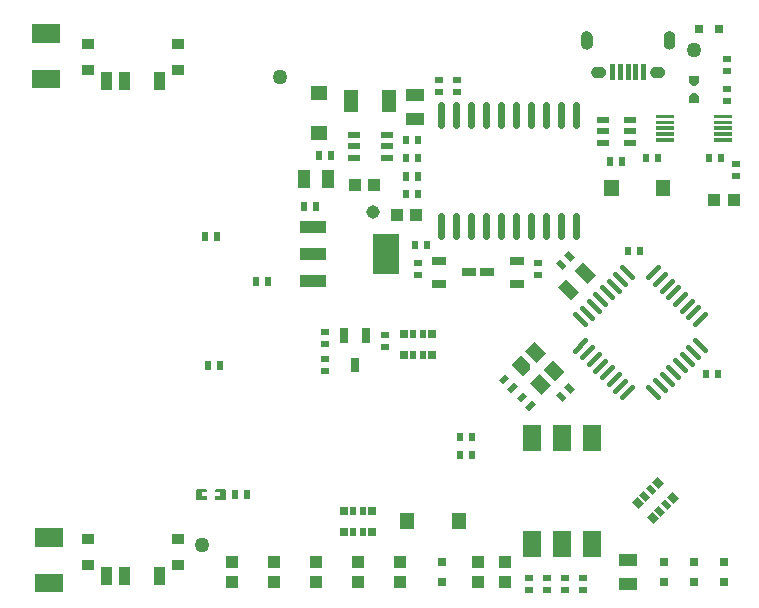
<source format=gtp>
G04 Layer: TopPasteMaskLayer*
G04 EasyEDA v6.4.25, 2021-12-03T12:43:26+01:00*
G04 4734013eef9542f2942493e3f9f6a545,9c416354eb984020824aaf9c885bead6,10*
G04 Gerber Generator version 0.2*
G04 Scale: 100 percent, Rotated: No, Reflected: No *
G04 Dimensions in inches *
G04 leading zeros omitted , absolute positions ,3 integer and 6 decimal *
%FSLAX36Y36*%
%MOIN*%

%ADD18C,0.0236*%
%ADD19C,0.0177*%
%ADD22C,0.0500*%
%ADD23C,0.0450*%
%ADD25R,0.0935X0.0633*%
%ADD26R,0.0256X0.0315*%
%ADD27R,0.0197X0.0315*%
%ADD28R,0.0315X0.0315*%
%ADD29R,0.0394X0.0217*%
%ADD30R,0.0422X0.0209*%
%ADD32R,0.0484X0.0535*%
%ADD34R,0.0394X0.0354*%
%ADD36R,0.0866X0.1378*%
%ADD37R,0.0866X0.0433*%
%ADD38R,0.0315X0.0197*%
%ADD39R,0.0492X0.0276*%
%ADD41R,0.0430X0.0390*%
%ADD42R,0.0610X0.0394*%
%ADD44R,0.0551X0.0472*%
%ADD45R,0.0390X0.0430*%
%ADD46R,0.0394X0.0433*%
%ADD47R,0.0600X0.0900*%
%ADD49R,0.0472X0.0748*%

%LPD*%
G36*
X2397300Y923660D02*
G01*
X2395340Y923500D01*
X2393420Y923160D01*
X2391520Y922640D01*
X2389700Y921919D01*
X2387960Y921020D01*
X2386300Y919960D01*
X2384760Y918740D01*
X2383360Y917360D01*
X2382100Y915860D01*
X2381000Y914240D01*
X2380060Y912520D01*
X2379300Y910699D01*
X2378720Y908840D01*
X2378320Y906919D01*
X2378140Y904960D01*
X2378100Y882320D01*
X2378200Y880360D01*
X2378500Y878420D01*
X2378980Y876520D01*
X2379660Y874680D01*
X2380500Y872900D01*
X2381540Y871240D01*
X2382720Y869680D01*
X2384040Y868240D01*
X2385520Y866940D01*
X2387120Y865780D01*
X2388820Y864800D01*
X2390600Y864000D01*
X2392460Y863379D01*
X2394380Y862940D01*
X2396320Y862700D01*
X2398280Y862640D01*
X2400240Y862800D01*
X2402180Y863139D01*
X2404060Y863660D01*
X2405900Y864380D01*
X2407640Y865280D01*
X2409280Y866340D01*
X2410820Y867560D01*
X2412220Y868940D01*
X2413480Y870440D01*
X2414600Y872060D01*
X2415540Y873780D01*
X2416300Y875600D01*
X2416880Y877460D01*
X2417260Y879380D01*
X2417460Y881340D01*
X2417480Y903980D01*
X2417380Y905939D01*
X2417080Y907880D01*
X2416600Y909780D01*
X2415940Y911620D01*
X2415080Y913400D01*
X2414060Y915060D01*
X2412880Y916640D01*
X2411540Y918060D01*
X2410060Y919360D01*
X2408480Y920520D01*
X2406780Y921500D01*
X2404980Y922300D01*
X2403120Y922920D01*
X2401220Y923360D01*
X2399260Y923600D01*
G37*
G36*
X2121720Y923660D02*
G01*
X2119760Y923500D01*
X2117820Y923160D01*
X2115940Y922640D01*
X2114100Y921919D01*
X2112360Y921020D01*
X2110720Y919960D01*
X2109180Y918740D01*
X2107780Y917360D01*
X2106520Y915860D01*
X2105400Y914240D01*
X2104460Y912520D01*
X2103700Y910699D01*
X2103120Y908840D01*
X2102740Y906919D01*
X2102540Y904960D01*
X2102520Y882320D01*
X2102620Y880360D01*
X2102920Y878420D01*
X2103400Y876520D01*
X2104060Y874680D01*
X2104920Y872900D01*
X2105940Y871240D01*
X2107120Y869680D01*
X2108460Y868240D01*
X2109940Y866940D01*
X2111520Y865780D01*
X2113220Y864800D01*
X2115020Y864000D01*
X2116880Y863379D01*
X2118780Y862940D01*
X2120740Y862700D01*
X2122700Y862640D01*
X2124660Y862800D01*
X2126580Y863139D01*
X2128480Y863660D01*
X2130300Y864380D01*
X2132040Y865280D01*
X2133700Y866340D01*
X2135240Y867560D01*
X2136640Y868940D01*
X2137900Y870440D01*
X2139000Y872060D01*
X2139940Y873780D01*
X2140700Y875600D01*
X2141280Y877460D01*
X2141680Y879380D01*
X2141860Y881340D01*
X2141900Y903980D01*
X2141800Y905939D01*
X2141500Y907880D01*
X2141020Y909780D01*
X2140340Y911620D01*
X2139500Y913400D01*
X2138460Y915060D01*
X2137280Y916640D01*
X2135960Y918060D01*
X2134480Y919360D01*
X2132880Y920520D01*
X2131180Y921500D01*
X2129400Y922300D01*
X2127540Y922920D01*
X2125620Y923360D01*
X2123680Y923600D01*
G37*
G36*
X2352520Y805560D02*
G01*
X2350660Y805460D01*
X2348820Y805180D01*
X2347000Y804720D01*
X2345260Y804080D01*
X2343580Y803280D01*
X2341980Y802300D01*
X2340500Y801180D01*
X2339140Y799900D01*
X2337900Y798520D01*
X2336800Y797000D01*
X2335880Y795380D01*
X2335120Y793680D01*
X2334520Y791919D01*
X2334100Y790100D01*
X2333860Y788240D01*
X2333820Y786380D01*
X2333960Y784520D01*
X2334280Y782680D01*
X2334800Y780900D01*
X2335480Y779160D01*
X2336320Y777500D01*
X2337340Y775939D01*
X2338500Y774479D01*
X2339800Y773139D01*
X2341220Y771940D01*
X2342760Y770900D01*
X2344400Y770000D01*
X2346120Y769280D01*
X2347900Y768720D01*
X2349740Y768360D01*
X2351580Y768180D01*
X2364340Y768139D01*
X2366200Y768240D01*
X2368040Y768520D01*
X2369840Y768980D01*
X2371600Y769620D01*
X2373280Y770420D01*
X2374860Y771400D01*
X2376360Y772520D01*
X2377720Y773800D01*
X2378960Y775180D01*
X2380040Y776700D01*
X2380980Y778319D01*
X2381740Y780020D01*
X2382340Y781780D01*
X2382740Y783600D01*
X2382980Y785460D01*
X2383020Y787320D01*
X2382880Y789180D01*
X2382560Y791020D01*
X2382060Y792800D01*
X2381380Y794539D01*
X2380520Y796200D01*
X2379520Y797760D01*
X2378360Y799220D01*
X2377060Y800560D01*
X2375620Y801760D01*
X2374080Y802800D01*
X2372440Y803700D01*
X2370720Y804419D01*
X2368940Y804980D01*
X2367120Y805340D01*
X2365260Y805520D01*
G37*
G36*
X2155660Y805560D02*
G01*
X2153800Y805460D01*
X2151960Y805180D01*
X2150160Y804720D01*
X2148400Y804080D01*
X2146720Y803280D01*
X2145140Y802300D01*
X2143640Y801180D01*
X2142280Y799900D01*
X2141040Y798520D01*
X2139960Y797000D01*
X2139020Y795380D01*
X2138260Y793680D01*
X2137660Y791919D01*
X2137260Y790100D01*
X2137020Y788240D01*
X2136980Y786380D01*
X2137120Y784520D01*
X2137440Y782680D01*
X2137940Y780900D01*
X2138620Y779160D01*
X2139480Y777500D01*
X2140480Y775939D01*
X2141640Y774479D01*
X2142940Y773139D01*
X2144380Y771940D01*
X2145920Y770900D01*
X2147560Y770000D01*
X2149280Y769280D01*
X2151060Y768720D01*
X2152880Y768360D01*
X2154740Y768180D01*
X2167480Y768139D01*
X2169340Y768240D01*
X2171180Y768520D01*
X2173000Y768980D01*
X2174740Y769620D01*
X2176420Y770420D01*
X2178020Y771400D01*
X2179500Y772520D01*
X2180860Y773800D01*
X2182100Y775180D01*
X2183200Y776700D01*
X2184120Y778319D01*
X2184880Y780020D01*
X2185480Y781780D01*
X2185900Y783600D01*
X2186140Y785460D01*
X2186180Y787320D01*
X2186040Y789180D01*
X2185720Y791020D01*
X2185200Y792800D01*
X2184520Y794539D01*
X2183680Y796200D01*
X2182660Y797760D01*
X2181500Y799220D01*
X2180200Y800560D01*
X2178780Y801760D01*
X2177240Y802800D01*
X2175600Y803700D01*
X2173880Y804419D01*
X2172100Y804980D01*
X2170260Y805340D01*
X2168420Y805520D01*
G37*
G36*
X2303300Y813460D02*
G01*
X2303300Y760260D01*
X2319100Y760260D01*
X2319100Y813460D01*
G37*
G36*
X2277700Y813460D02*
G01*
X2277700Y760260D01*
X2293500Y760260D01*
X2293500Y813460D01*
G37*
G36*
X2252100Y813439D02*
G01*
X2252100Y760260D01*
X2267900Y760260D01*
X2267900Y813439D01*
G37*
G36*
X2226500Y813439D02*
G01*
X2226500Y760260D01*
X2242300Y760260D01*
X2242300Y813439D01*
G37*
G36*
X2200900Y813460D02*
G01*
X2200900Y760260D01*
X2216700Y760260D01*
X2216700Y813460D01*
G37*
G36*
X885560Y-602280D02*
G01*
X883580Y-604260D01*
X883580Y-613220D01*
X898160Y-613220D01*
X898160Y-626220D01*
X883580Y-626220D01*
X883580Y-635740D01*
X885560Y-637720D01*
X917039Y-637720D01*
X919020Y-635740D01*
X919020Y-604260D01*
X917039Y-602280D01*
G37*
G36*
X822960Y-602280D02*
G01*
X820980Y-604260D01*
X820980Y-635740D01*
X822960Y-637720D01*
X854060Y-637720D01*
X856020Y-635740D01*
X856020Y-626220D01*
X841060Y-626220D01*
X841060Y-613220D01*
X856020Y-613220D01*
X856020Y-604260D01*
X854060Y-602280D01*
G37*
G36*
X2474560Y717600D02*
G01*
X2463000Y706800D01*
X2463000Y686979D01*
X2465520Y684460D01*
X2494480Y684460D01*
X2497000Y686979D01*
X2497000Y706800D01*
X2485440Y717600D01*
G37*
G36*
X2465520Y775540D02*
G01*
X2463000Y773020D01*
X2463000Y753199D01*
X2474560Y742400D01*
X2485440Y742400D01*
X2497000Y753199D01*
X2497000Y773020D01*
X2494480Y775540D01*
G37*
D19*
X2360722Y136633D02*
G01*
X2327317Y103227D01*
X2383002Y114353D02*
G01*
X2349597Y80947D01*
X2405272Y92082D02*
G01*
X2371867Y58676D01*
X2427542Y69812D02*
G01*
X2394137Y36406D01*
X2449813Y47543D02*
G01*
X2416406Y14137D01*
X2472083Y25273D02*
G01*
X2438676Y-8132D01*
X2494353Y3002D02*
G01*
X2460946Y-30403D01*
X2516633Y-19277D02*
G01*
X2483226Y-52683D01*
X2516273Y-140372D02*
G01*
X2482866Y-106966D01*
X2494003Y-162653D02*
G01*
X2460596Y-129247D01*
X2471733Y-184922D02*
G01*
X2438326Y-151516D01*
X2449462Y-207193D02*
G01*
X2416057Y-173787D01*
X2427192Y-229463D02*
G01*
X2393787Y-196057D01*
X2404922Y-251732D02*
G01*
X2371517Y-218326D01*
X2382653Y-274002D02*
G01*
X2349246Y-240596D01*
X2360372Y-296273D02*
G01*
X2326967Y-262867D01*
X2272682Y-263227D02*
G01*
X2239277Y-296633D01*
X2250402Y-240947D02*
G01*
X2216997Y-274353D01*
X2228132Y-218676D02*
G01*
X2194727Y-252082D01*
X2205862Y-196406D02*
G01*
X2172457Y-229812D01*
X2183593Y-174137D02*
G01*
X2150186Y-207543D01*
X2161323Y-151867D02*
G01*
X2127916Y-185273D01*
X2139053Y-129596D02*
G01*
X2105646Y-163002D01*
X2116773Y-107316D02*
G01*
X2083366Y-140722D01*
X2117133Y-53033D02*
G01*
X2083726Y-19627D01*
X2139403Y-30763D02*
G01*
X2105996Y2642D01*
X2161673Y-8483D02*
G01*
X2128266Y24922D01*
X2183942Y13777D02*
G01*
X2150537Y47182D01*
X2206223Y36057D02*
G01*
X2172816Y69463D01*
X2228482Y58326D02*
G01*
X2195077Y91732D01*
X2250762Y80596D02*
G01*
X2217357Y114002D01*
X2273032Y102867D02*
G01*
X2239627Y136273D01*
D18*
X1635000Y241494D02*
G01*
X1635000Y308424D01*
X1685000Y241494D02*
G01*
X1685000Y308424D01*
X1735000Y241494D02*
G01*
X1735000Y308424D01*
X1785000Y241494D02*
G01*
X1785000Y308424D01*
X1835000Y241494D02*
G01*
X1835000Y308424D01*
X1885000Y241494D02*
G01*
X1885000Y308424D01*
X1935000Y241494D02*
G01*
X1935000Y308424D01*
X1985000Y241494D02*
G01*
X1985000Y308424D01*
X2035000Y241494D02*
G01*
X2035000Y308424D01*
X2085000Y241494D02*
G01*
X2085000Y308424D01*
X1635000Y611574D02*
G01*
X1635000Y678503D01*
X1685000Y611574D02*
G01*
X1685000Y678503D01*
X1735000Y611574D02*
G01*
X1735000Y678503D01*
X1785000Y611574D02*
G01*
X1785000Y678503D01*
X1835000Y611574D02*
G01*
X1835000Y678503D01*
X1885000Y611574D02*
G01*
X1885000Y678503D01*
X1935000Y611574D02*
G01*
X1935000Y678503D01*
X1985000Y611574D02*
G01*
X1985000Y678503D01*
X2035000Y611574D02*
G01*
X2035000Y678503D01*
X2085000Y611574D02*
G01*
X2085000Y678503D01*
D22*
G01*
X840000Y-790000D03*
G01*
X1100000Y770000D03*
D23*
G01*
X1410000Y320000D03*
D22*
G01*
X2480000Y860000D03*
D25*
G01*
X320000Y764749D03*
G36*
X366772Y883602D02*
G01*
X273227Y883602D01*
X273227Y946889D01*
X366772Y946889D01*
G37*
G01*
X330000Y-915250D03*
G36*
X376772Y-796397D02*
G01*
X283227Y-796397D01*
X283227Y-733110D01*
X376772Y-733110D01*
G37*
D26*
G01*
X1312759Y-745430D03*
G01*
X1312759Y-674560D03*
D27*
G01*
X1344250Y-745430D03*
G01*
X1344250Y-674560D03*
G01*
X1375749Y-745430D03*
G01*
X1375749Y-674560D03*
D26*
G01*
X1407240Y-745430D03*
G01*
X1407240Y-674560D03*
G01*
X1512759Y-155430D03*
G01*
X1512759Y-84560D03*
D27*
G01*
X1544250Y-155430D03*
G01*
X1544250Y-84560D03*
G01*
X1575749Y-155430D03*
G01*
X1575749Y-84560D03*
D26*
G01*
X1607240Y-155430D03*
G01*
X1607240Y-84560D03*
G36*
X2361832Y-700540D02*
G01*
X2343738Y-718635D01*
X2321468Y-696365D01*
X2339561Y-678270D01*
G37*
G36*
X2311724Y-650432D02*
G01*
X2293630Y-668527D01*
X2271359Y-646255D01*
X2289453Y-628161D01*
G37*
G36*
X2382012Y-680362D02*
G01*
X2368092Y-694282D01*
X2345821Y-672011D01*
X2359741Y-658090D01*
G37*
G36*
X2331904Y-630252D02*
G01*
X2317983Y-644172D01*
X2295712Y-621902D01*
X2309633Y-607982D01*
G37*
G36*
X2404287Y-658088D02*
G01*
X2390366Y-672008D01*
X2368095Y-649737D01*
X2382016Y-635817D01*
G37*
G36*
X2354178Y-607978D02*
G01*
X2340258Y-621898D01*
X2317987Y-599627D01*
X2331907Y-585707D01*
G37*
G36*
X2428640Y-633733D02*
G01*
X2410546Y-651828D01*
X2388275Y-629556D01*
X2406369Y-611462D01*
G37*
G36*
X2378531Y-583625D02*
G01*
X2360438Y-601720D01*
X2338167Y-579448D01*
X2356261Y-561354D01*
G37*
D28*
G01*
X1640000Y-846500D03*
G01*
X1640000Y-913499D03*
D29*
G01*
X1344880Y502600D03*
G01*
X1344880Y540000D03*
G01*
X1344880Y577399D03*
G01*
X1455119Y577399D03*
G01*
X1455119Y540000D03*
G01*
X1455119Y502600D03*
D30*
G01*
X2174759Y627399D03*
G01*
X2174759Y590000D03*
G01*
X2174759Y552600D03*
G01*
X2265240Y552600D03*
G01*
X2265240Y590000D03*
G01*
X2265240Y627399D03*
G36*
X2228189Y426772D02*
G01*
X2228189Y373227D01*
X2179763Y373227D01*
X2179763Y426772D01*
G37*
G36*
X2351810Y426772D02*
G01*
X2351810Y373227D01*
X2400236Y373227D01*
X2400236Y426772D01*
G37*
G36*
X1671810Y-736772D02*
G01*
X1671810Y-683227D01*
X1720236Y-683227D01*
X1720236Y-736772D01*
G37*
D32*
G01*
X1523980Y-710000D03*
G36*
X503698Y-861003D02*
G01*
X539130Y-861003D01*
X539130Y-923996D01*
X503698Y-923996D01*
G37*
G36*
X562759Y-861003D02*
G01*
X598191Y-861003D01*
X598191Y-923996D01*
X562759Y-923996D01*
G37*
G36*
X680869Y-861003D02*
G01*
X716302Y-861003D01*
X716302Y-923996D01*
X680869Y-923996D01*
G37*
D34*
G01*
X460399Y-854110D03*
G01*
X460399Y-767500D03*
G01*
X759609Y-854110D03*
G01*
X759609Y-767500D03*
G36*
X503698Y788996D02*
G01*
X539130Y788996D01*
X539130Y726003D01*
X503698Y726003D01*
G37*
G36*
X562759Y788996D02*
G01*
X598191Y788996D01*
X598191Y726003D01*
X562759Y726003D01*
G37*
G36*
X680869Y788996D02*
G01*
X716302Y788996D01*
X716302Y726003D01*
X680869Y726003D01*
G37*
G01*
X460399Y795889D03*
G01*
X460399Y882500D03*
G01*
X759609Y795889D03*
G01*
X759609Y882500D03*
G36*
X879843Y255747D02*
G01*
X899528Y255747D01*
X899528Y224252D01*
X879843Y224252D01*
G37*
G36*
X840473Y255747D02*
G01*
X860158Y255747D01*
X860158Y224252D01*
X840473Y224252D01*
G37*
G36*
X889843Y-174252D02*
G01*
X909528Y-174252D01*
X909528Y-205747D01*
X889843Y-205747D01*
G37*
G36*
X850473Y-174252D02*
G01*
X870158Y-174252D01*
X870158Y-205747D01*
X850473Y-205747D01*
G37*
G36*
X979843Y-604252D02*
G01*
X999528Y-604252D01*
X999528Y-635747D01*
X979843Y-635747D01*
G37*
G36*
X940473Y-604252D02*
G01*
X960158Y-604252D01*
X960158Y-635747D01*
X940473Y-635747D01*
G37*
D36*
G01*
X1451999Y180000D03*
D37*
G01*
X1208000Y89450D03*
G01*
X1208000Y180000D03*
G01*
X1208000Y270549D03*
D27*
G01*
X1550309Y210000D03*
G01*
X1589679Y210000D03*
D38*
G01*
X1630000Y720309D03*
G01*
X1630000Y759679D03*
G36*
X1549843Y455747D02*
G01*
X1569528Y455747D01*
X1569528Y424252D01*
X1549843Y424252D01*
G37*
G36*
X1510473Y455747D02*
G01*
X1530158Y455747D01*
X1530158Y424252D01*
X1510473Y424252D01*
G37*
G01*
X1690000Y720309D03*
G01*
X1690000Y759679D03*
D27*
G01*
X1559679Y500000D03*
G01*
X1520309Y500000D03*
D39*
G01*
X1790799Y120000D03*
G01*
X1889200Y157399D03*
G01*
X1889200Y82600D03*
G01*
X1630799Y157399D03*
G01*
X1630799Y82600D03*
G01*
X1729200Y120000D03*
G36*
X1336220Y-164594D02*
G01*
X1363779Y-164594D01*
X1363779Y-213805D01*
X1336220Y-213805D01*
G37*
G36*
X1298819Y-66194D02*
G01*
X1326379Y-66194D01*
X1326381Y-115405D01*
X1298819Y-115405D01*
G37*
G36*
X1373620Y-66194D02*
G01*
X1401180Y-66194D01*
X1401180Y-115405D01*
X1373618Y-115405D01*
G37*
D38*
G01*
X1450000Y-90309D03*
G01*
X1450000Y-129679D03*
G01*
X1250000Y-119690D03*
G01*
X1250000Y-80320D03*
G01*
X2110000Y-939690D03*
G01*
X2110000Y-900320D03*
G36*
X1938095Y-305824D02*
G01*
X1952015Y-319744D01*
X1929744Y-342015D01*
X1915825Y-328096D01*
G37*
G36*
X1910257Y-277986D02*
G01*
X1924175Y-291904D01*
X1901904Y-314176D01*
X1887986Y-300257D01*
G37*
G01*
X2050000Y-939690D03*
G01*
X2050000Y-900320D03*
G01*
X1990000Y-939690D03*
G01*
X1990000Y-900320D03*
G01*
X1930000Y-939690D03*
G01*
X1930000Y-900320D03*
D28*
G01*
X2480000Y-846500D03*
G01*
X2480000Y-913499D03*
G01*
X2563500Y930000D03*
G01*
X2496499Y930000D03*
G01*
X2580000Y-846500D03*
G01*
X2580000Y-913499D03*
G01*
X2380000Y-846500D03*
G01*
X2380000Y-913499D03*
D41*
G01*
X2613500Y360000D03*
G01*
X2546499Y360000D03*
D27*
G01*
X1700309Y-430000D03*
G01*
X1739679Y-430000D03*
G01*
X1700309Y-490000D03*
G01*
X1739679Y-490000D03*
D38*
G01*
X1960000Y110309D03*
G01*
X1960000Y149679D03*
G01*
X1250000Y-209679D03*
G01*
X1250000Y-170309D03*
G36*
X2082010Y169742D02*
G01*
X2068091Y155823D01*
X2045820Y178095D01*
X2059738Y192013D01*
G37*
G36*
X2054170Y141903D02*
G01*
X2040252Y127984D01*
X2017980Y150255D01*
X2031899Y164175D01*
G37*
D27*
G01*
X2559679Y-220000D03*
G01*
X2520309Y-220000D03*
D38*
G01*
X2590000Y690320D03*
G01*
X2590000Y729690D03*
D27*
G01*
X2359679Y500000D03*
G01*
X2320309Y500000D03*
D42*
G01*
X1550000Y630630D03*
G01*
X1550000Y709369D03*
D27*
G01*
X1559679Y560000D03*
G01*
X1520309Y560000D03*
G36*
X1160945Y460511D02*
G01*
X1200315Y460511D01*
X1200315Y399488D01*
X1160945Y399488D01*
G37*
G36*
X1239684Y460511D02*
G01*
X1279054Y460511D01*
X1279054Y399488D01*
X1239684Y399488D01*
G37*
G36*
X1220475Y525745D02*
G01*
X1240160Y525745D01*
X1240160Y494248D01*
X1220475Y494248D01*
G37*
G36*
X1259845Y525745D02*
G01*
X1279530Y525745D01*
X1279530Y494248D01*
X1259845Y494248D01*
G37*
G36*
X1010475Y105745D02*
G01*
X1030160Y105745D01*
X1030160Y74248D01*
X1010475Y74248D01*
G37*
G36*
X1049845Y105745D02*
G01*
X1069530Y105745D01*
X1069530Y74248D01*
X1049845Y74248D01*
G37*
G36*
X1170475Y355745D02*
G01*
X1190160Y355745D01*
X1190160Y324248D01*
X1170475Y324248D01*
G37*
G36*
X1209845Y355745D02*
G01*
X1229530Y355745D01*
X1229530Y324248D01*
X1209845Y324248D01*
G37*
G01*
X2260309Y190000D03*
G01*
X2299679Y190000D03*
D38*
G01*
X2620000Y440309D03*
G01*
X2620000Y479679D03*
D27*
G01*
X1520309Y380000D03*
G01*
X1559679Y380000D03*
G36*
X2082010Y-270257D02*
G01*
X2068091Y-284176D01*
X2045820Y-261904D01*
X2059738Y-247986D01*
G37*
G36*
X2054170Y-298096D02*
G01*
X2040252Y-312015D01*
X2017980Y-289744D01*
X2031899Y-275824D01*
G37*
G36*
X1850257Y-217990D02*
G01*
X1864175Y-231909D01*
X1841904Y-254179D01*
X1827986Y-240261D01*
G37*
G36*
X1878095Y-245828D02*
G01*
X1892015Y-259747D01*
X1869744Y-282019D01*
X1855825Y-268099D01*
G37*
D44*
G01*
X1230000Y583069D03*
G01*
X1230000Y716930D03*
D45*
G01*
X940000Y-846500D03*
G01*
X940000Y-913499D03*
G01*
X1080000Y-846500D03*
G01*
X1080000Y-913499D03*
G01*
X1220000Y-846500D03*
G01*
X1220000Y-913499D03*
G01*
X1360000Y-846500D03*
G01*
X1360000Y-913499D03*
G01*
X1500000Y-846500D03*
G01*
X1500000Y-913499D03*
D46*
G01*
X1348500Y410000D03*
G01*
X1411490Y410000D03*
D38*
G01*
X1560000Y110309D03*
G01*
X1560000Y149679D03*
D46*
G01*
X1488500Y310000D03*
G01*
X1551490Y310000D03*
D47*
G01*
X2140000Y-432840D03*
G01*
X2140000Y-787170D03*
G01*
X2040000Y-787170D03*
G01*
X2040000Y-432840D03*
G01*
X1940000Y-432840D03*
G01*
X1940000Y-787170D03*
G36*
X2353972Y645369D02*
G01*
X2413028Y645369D01*
X2413028Y633369D01*
X2353972Y633369D01*
G37*
G36*
X2353972Y625680D02*
G01*
X2413028Y625680D01*
X2413028Y613679D01*
X2353972Y613679D01*
G37*
G36*
X2353972Y605999D02*
G01*
X2413028Y605999D01*
X2413028Y594000D01*
X2353972Y594000D01*
G37*
G36*
X2353972Y586309D02*
G01*
X2413028Y586309D01*
X2413028Y574309D01*
X2353972Y574309D01*
G37*
G36*
X2353972Y566630D02*
G01*
X2413028Y566630D01*
X2413028Y554630D01*
X2353972Y554630D01*
G37*
G36*
X2546971Y566630D02*
G01*
X2606027Y566630D01*
X2606027Y554630D01*
X2546971Y554630D01*
G37*
G36*
X2546971Y586309D02*
G01*
X2606027Y586309D01*
X2606027Y574309D01*
X2546971Y574309D01*
G37*
G36*
X2546971Y605999D02*
G01*
X2606027Y605999D01*
X2606027Y594000D01*
X2546971Y594000D01*
G37*
G36*
X2546971Y625680D02*
G01*
X2606027Y625680D01*
X2606027Y613679D01*
X2546971Y613679D01*
G37*
G36*
X2546971Y645369D02*
G01*
X2606027Y645369D01*
X2606027Y633369D01*
X2546971Y633369D01*
G37*
G36*
X2153333Y110183D02*
G01*
X2125495Y82343D01*
X2082344Y125495D01*
X2110182Y153332D01*
G37*
G36*
X2097655Y54504D02*
G01*
X2069817Y26667D01*
X2026666Y69816D01*
X2054504Y97656D01*
G37*
D42*
G01*
X2260000Y-840630D03*
G01*
X2260000Y-919369D03*
G36*
X2190475Y505745D02*
G01*
X2210160Y505745D01*
X2210160Y474248D01*
X2190475Y474248D01*
G37*
G36*
X2229845Y505745D02*
G01*
X2249530Y505745D01*
X2249530Y474248D01*
X2229845Y474248D01*
G37*
D27*
G01*
X2569679Y500000D03*
G01*
X2530309Y500000D03*
D38*
G01*
X2590000Y790309D03*
G01*
X2590000Y829679D03*
D49*
G01*
X1336999Y690000D03*
G01*
X1462989Y690000D03*
G36*
X2009417Y-172851D02*
G01*
X2048392Y-211826D01*
X2016378Y-243841D01*
X1977403Y-204866D01*
G37*
G36*
X1903621Y-156149D02*
G01*
X1932523Y-185045D01*
X1932048Y-205673D01*
X1910580Y-227139D01*
X1871606Y-188164D01*
G37*
G36*
X1948168Y-111601D02*
G01*
X1987142Y-150576D01*
X1955128Y-182591D01*
X1916153Y-143616D01*
G37*
G36*
X1964871Y-217399D02*
G01*
X2003845Y-256372D01*
X1971830Y-288387D01*
X1932856Y-249414D01*
G37*
D45*
G01*
X1760000Y-846500D03*
G01*
X1760000Y-913499D03*
G01*
X1850000Y-846500D03*
G01*
X1850000Y-913499D03*
M02*

</source>
